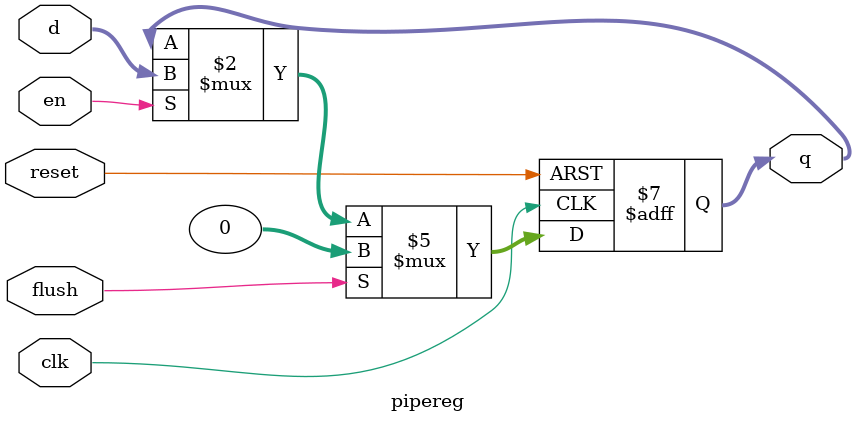
<source format=sv>

module pipereg #(parameter WIDTH = 32)
                 (input  logic             clk, reset,
                  input  logic             en,
                  input  logic             flush,
                  input  logic [WIDTH-1:0] d,
                  output logic [WIDTH-1:0] q);

    always_ff @(posedge clk, posedge reset)
        if (reset)      q <= 0;
        else if (flush) q <= 0; // Flush takes priority
        else if (en)    q <= d;
        // if !en, hold the old value (stall)

endmodule
</source>
